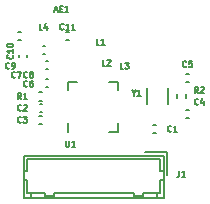
<source format=gbr>
%TF.GenerationSoftware,KiCad,Pcbnew,7.0.9*%
%TF.CreationDate,2024-12-08T03:54:19-04:00*%
%TF.ProjectId,Ejemplo KiCad LM,456a656d-706c-46f2-904b-69436164204c,rev?*%
%TF.SameCoordinates,Original*%
%TF.FileFunction,Legend,Top*%
%TF.FilePolarity,Positive*%
%FSLAX46Y46*%
G04 Gerber Fmt 4.6, Leading zero omitted, Abs format (unit mm)*
G04 Created by KiCad (PCBNEW 7.0.9) date 2024-12-08 03:54:19*
%MOMM*%
%LPD*%
G01*
G04 APERTURE LIST*
%ADD10C,0.127000*%
%ADD11C,0.152400*%
G04 APERTURE END LIST*
D10*
X154952095Y-103872501D02*
X154952095Y-104114406D01*
X154782761Y-103606406D02*
X154952095Y-103872501D01*
X154952095Y-103872501D02*
X155121428Y-103606406D01*
X155556857Y-104114406D02*
X155266571Y-104114406D01*
X155411714Y-104114406D02*
X155411714Y-103606406D01*
X155411714Y-103606406D02*
X155363333Y-103678977D01*
X155363333Y-103678977D02*
X155314952Y-103727358D01*
X155314952Y-103727358D02*
X155266571Y-103751549D01*
X149218952Y-107924406D02*
X149218952Y-108335644D01*
X149218952Y-108335644D02*
X149243142Y-108384025D01*
X149243142Y-108384025D02*
X149267333Y-108408216D01*
X149267333Y-108408216D02*
X149315714Y-108432406D01*
X149315714Y-108432406D02*
X149412476Y-108432406D01*
X149412476Y-108432406D02*
X149460857Y-108408216D01*
X149460857Y-108408216D02*
X149485047Y-108384025D01*
X149485047Y-108384025D02*
X149509238Y-108335644D01*
X149509238Y-108335644D02*
X149509238Y-107924406D01*
X150017237Y-108432406D02*
X149726951Y-108432406D01*
X149872094Y-108432406D02*
X149872094Y-107924406D01*
X149872094Y-107924406D02*
X149823713Y-107996977D01*
X149823713Y-107996977D02*
X149775332Y-108045358D01*
X149775332Y-108045358D02*
X149726951Y-108069549D01*
X160443333Y-103860406D02*
X160273999Y-103618501D01*
X160153047Y-103860406D02*
X160153047Y-103352406D01*
X160153047Y-103352406D02*
X160346571Y-103352406D01*
X160346571Y-103352406D02*
X160394952Y-103376596D01*
X160394952Y-103376596D02*
X160419142Y-103400787D01*
X160419142Y-103400787D02*
X160443333Y-103449168D01*
X160443333Y-103449168D02*
X160443333Y-103521739D01*
X160443333Y-103521739D02*
X160419142Y-103570120D01*
X160419142Y-103570120D02*
X160394952Y-103594311D01*
X160394952Y-103594311D02*
X160346571Y-103618501D01*
X160346571Y-103618501D02*
X160153047Y-103618501D01*
X160636856Y-103400787D02*
X160661047Y-103376596D01*
X160661047Y-103376596D02*
X160709428Y-103352406D01*
X160709428Y-103352406D02*
X160830380Y-103352406D01*
X160830380Y-103352406D02*
X160878761Y-103376596D01*
X160878761Y-103376596D02*
X160902952Y-103400787D01*
X160902952Y-103400787D02*
X160927142Y-103449168D01*
X160927142Y-103449168D02*
X160927142Y-103497549D01*
X160927142Y-103497549D02*
X160902952Y-103570120D01*
X160902952Y-103570120D02*
X160612666Y-103860406D01*
X160612666Y-103860406D02*
X160927142Y-103860406D01*
X145457333Y-104368406D02*
X145287999Y-104126501D01*
X145167047Y-104368406D02*
X145167047Y-103860406D01*
X145167047Y-103860406D02*
X145360571Y-103860406D01*
X145360571Y-103860406D02*
X145408952Y-103884596D01*
X145408952Y-103884596D02*
X145433142Y-103908787D01*
X145433142Y-103908787D02*
X145457333Y-103957168D01*
X145457333Y-103957168D02*
X145457333Y-104029739D01*
X145457333Y-104029739D02*
X145433142Y-104078120D01*
X145433142Y-104078120D02*
X145408952Y-104102311D01*
X145408952Y-104102311D02*
X145360571Y-104126501D01*
X145360571Y-104126501D02*
X145167047Y-104126501D01*
X145941142Y-104368406D02*
X145650856Y-104368406D01*
X145795999Y-104368406D02*
X145795999Y-103860406D01*
X145795999Y-103860406D02*
X145747618Y-103932977D01*
X145747618Y-103932977D02*
X145699237Y-103981358D01*
X145699237Y-103981358D02*
X145650856Y-104005549D01*
X147235333Y-98526406D02*
X146993428Y-98526406D01*
X146993428Y-98526406D02*
X146993428Y-98018406D01*
X147622380Y-98187739D02*
X147622380Y-98526406D01*
X147501428Y-97994216D02*
X147380475Y-98357073D01*
X147380475Y-98357073D02*
X147694952Y-98357073D01*
X154093333Y-101828406D02*
X153851428Y-101828406D01*
X153851428Y-101828406D02*
X153851428Y-101320406D01*
X154214285Y-101320406D02*
X154528761Y-101320406D01*
X154528761Y-101320406D02*
X154359428Y-101513930D01*
X154359428Y-101513930D02*
X154431999Y-101513930D01*
X154431999Y-101513930D02*
X154480380Y-101538120D01*
X154480380Y-101538120D02*
X154504571Y-101562311D01*
X154504571Y-101562311D02*
X154528761Y-101610692D01*
X154528761Y-101610692D02*
X154528761Y-101731644D01*
X154528761Y-101731644D02*
X154504571Y-101780025D01*
X154504571Y-101780025D02*
X154480380Y-101804216D01*
X154480380Y-101804216D02*
X154431999Y-101828406D01*
X154431999Y-101828406D02*
X154286856Y-101828406D01*
X154286856Y-101828406D02*
X154238475Y-101804216D01*
X154238475Y-101804216D02*
X154214285Y-101780025D01*
X152569333Y-101574406D02*
X152327428Y-101574406D01*
X152327428Y-101574406D02*
X152327428Y-101066406D01*
X152714475Y-101114787D02*
X152738666Y-101090596D01*
X152738666Y-101090596D02*
X152787047Y-101066406D01*
X152787047Y-101066406D02*
X152907999Y-101066406D01*
X152907999Y-101066406D02*
X152956380Y-101090596D01*
X152956380Y-101090596D02*
X152980571Y-101114787D01*
X152980571Y-101114787D02*
X153004761Y-101163168D01*
X153004761Y-101163168D02*
X153004761Y-101211549D01*
X153004761Y-101211549D02*
X152980571Y-101284120D01*
X152980571Y-101284120D02*
X152690285Y-101574406D01*
X152690285Y-101574406D02*
X153004761Y-101574406D01*
X152061333Y-99796406D02*
X151819428Y-99796406D01*
X151819428Y-99796406D02*
X151819428Y-99288406D01*
X152496761Y-99796406D02*
X152206475Y-99796406D01*
X152351618Y-99796406D02*
X152351618Y-99288406D01*
X152351618Y-99288406D02*
X152303237Y-99360977D01*
X152303237Y-99360977D02*
X152254856Y-99409358D01*
X152254856Y-99409358D02*
X152206475Y-99433549D01*
X158834666Y-110464406D02*
X158834666Y-110827263D01*
X158834666Y-110827263D02*
X158810475Y-110899835D01*
X158810475Y-110899835D02*
X158762094Y-110948216D01*
X158762094Y-110948216D02*
X158689523Y-110972406D01*
X158689523Y-110972406D02*
X158641142Y-110972406D01*
X159342666Y-110972406D02*
X159052380Y-110972406D01*
X159197523Y-110972406D02*
X159197523Y-110464406D01*
X159197523Y-110464406D02*
X159149142Y-110536977D01*
X159149142Y-110536977D02*
X159100761Y-110585358D01*
X159100761Y-110585358D02*
X159052380Y-110609549D01*
X149025428Y-98478025D02*
X149001237Y-98502216D01*
X149001237Y-98502216D02*
X148928666Y-98526406D01*
X148928666Y-98526406D02*
X148880285Y-98526406D01*
X148880285Y-98526406D02*
X148807713Y-98502216D01*
X148807713Y-98502216D02*
X148759332Y-98453835D01*
X148759332Y-98453835D02*
X148735142Y-98405454D01*
X148735142Y-98405454D02*
X148710951Y-98308692D01*
X148710951Y-98308692D02*
X148710951Y-98236120D01*
X148710951Y-98236120D02*
X148735142Y-98139358D01*
X148735142Y-98139358D02*
X148759332Y-98090977D01*
X148759332Y-98090977D02*
X148807713Y-98042596D01*
X148807713Y-98042596D02*
X148880285Y-98018406D01*
X148880285Y-98018406D02*
X148928666Y-98018406D01*
X148928666Y-98018406D02*
X149001237Y-98042596D01*
X149001237Y-98042596D02*
X149025428Y-98066787D01*
X149509237Y-98526406D02*
X149218951Y-98526406D01*
X149364094Y-98526406D02*
X149364094Y-98018406D01*
X149364094Y-98018406D02*
X149315713Y-98090977D01*
X149315713Y-98090977D02*
X149267332Y-98139358D01*
X149267332Y-98139358D02*
X149218951Y-98163549D01*
X149993047Y-98526406D02*
X149702761Y-98526406D01*
X149847904Y-98526406D02*
X149847904Y-98018406D01*
X149847904Y-98018406D02*
X149799523Y-98090977D01*
X149799523Y-98090977D02*
X149751142Y-98139358D01*
X149751142Y-98139358D02*
X149702761Y-98163549D01*
X144706025Y-100656571D02*
X144730216Y-100680762D01*
X144730216Y-100680762D02*
X144754406Y-100753333D01*
X144754406Y-100753333D02*
X144754406Y-100801714D01*
X144754406Y-100801714D02*
X144730216Y-100874286D01*
X144730216Y-100874286D02*
X144681835Y-100922667D01*
X144681835Y-100922667D02*
X144633454Y-100946857D01*
X144633454Y-100946857D02*
X144536692Y-100971048D01*
X144536692Y-100971048D02*
X144464120Y-100971048D01*
X144464120Y-100971048D02*
X144367358Y-100946857D01*
X144367358Y-100946857D02*
X144318977Y-100922667D01*
X144318977Y-100922667D02*
X144270596Y-100874286D01*
X144270596Y-100874286D02*
X144246406Y-100801714D01*
X144246406Y-100801714D02*
X144246406Y-100753333D01*
X144246406Y-100753333D02*
X144270596Y-100680762D01*
X144270596Y-100680762D02*
X144294787Y-100656571D01*
X144754406Y-100172762D02*
X144754406Y-100463048D01*
X144754406Y-100317905D02*
X144246406Y-100317905D01*
X144246406Y-100317905D02*
X144318977Y-100366286D01*
X144318977Y-100366286D02*
X144367358Y-100414667D01*
X144367358Y-100414667D02*
X144391549Y-100463048D01*
X144246406Y-99858285D02*
X144246406Y-99809904D01*
X144246406Y-99809904D02*
X144270596Y-99761523D01*
X144270596Y-99761523D02*
X144294787Y-99737333D01*
X144294787Y-99737333D02*
X144343168Y-99713142D01*
X144343168Y-99713142D02*
X144439930Y-99688952D01*
X144439930Y-99688952D02*
X144560882Y-99688952D01*
X144560882Y-99688952D02*
X144657644Y-99713142D01*
X144657644Y-99713142D02*
X144706025Y-99737333D01*
X144706025Y-99737333D02*
X144730216Y-99761523D01*
X144730216Y-99761523D02*
X144754406Y-99809904D01*
X144754406Y-99809904D02*
X144754406Y-99858285D01*
X144754406Y-99858285D02*
X144730216Y-99906666D01*
X144730216Y-99906666D02*
X144706025Y-99930857D01*
X144706025Y-99930857D02*
X144657644Y-99955047D01*
X144657644Y-99955047D02*
X144560882Y-99979238D01*
X144560882Y-99979238D02*
X144439930Y-99979238D01*
X144439930Y-99979238D02*
X144343168Y-99955047D01*
X144343168Y-99955047D02*
X144294787Y-99930857D01*
X144294787Y-99930857D02*
X144270596Y-99906666D01*
X144270596Y-99906666D02*
X144246406Y-99858285D01*
X144441333Y-101780025D02*
X144417142Y-101804216D01*
X144417142Y-101804216D02*
X144344571Y-101828406D01*
X144344571Y-101828406D02*
X144296190Y-101828406D01*
X144296190Y-101828406D02*
X144223618Y-101804216D01*
X144223618Y-101804216D02*
X144175237Y-101755835D01*
X144175237Y-101755835D02*
X144151047Y-101707454D01*
X144151047Y-101707454D02*
X144126856Y-101610692D01*
X144126856Y-101610692D02*
X144126856Y-101538120D01*
X144126856Y-101538120D02*
X144151047Y-101441358D01*
X144151047Y-101441358D02*
X144175237Y-101392977D01*
X144175237Y-101392977D02*
X144223618Y-101344596D01*
X144223618Y-101344596D02*
X144296190Y-101320406D01*
X144296190Y-101320406D02*
X144344571Y-101320406D01*
X144344571Y-101320406D02*
X144417142Y-101344596D01*
X144417142Y-101344596D02*
X144441333Y-101368787D01*
X144683237Y-101828406D02*
X144779999Y-101828406D01*
X144779999Y-101828406D02*
X144828380Y-101804216D01*
X144828380Y-101804216D02*
X144852571Y-101780025D01*
X144852571Y-101780025D02*
X144900952Y-101707454D01*
X144900952Y-101707454D02*
X144925142Y-101610692D01*
X144925142Y-101610692D02*
X144925142Y-101417168D01*
X144925142Y-101417168D02*
X144900952Y-101368787D01*
X144900952Y-101368787D02*
X144876761Y-101344596D01*
X144876761Y-101344596D02*
X144828380Y-101320406D01*
X144828380Y-101320406D02*
X144731618Y-101320406D01*
X144731618Y-101320406D02*
X144683237Y-101344596D01*
X144683237Y-101344596D02*
X144659047Y-101368787D01*
X144659047Y-101368787D02*
X144634856Y-101417168D01*
X144634856Y-101417168D02*
X144634856Y-101538120D01*
X144634856Y-101538120D02*
X144659047Y-101586501D01*
X144659047Y-101586501D02*
X144683237Y-101610692D01*
X144683237Y-101610692D02*
X144731618Y-101634882D01*
X144731618Y-101634882D02*
X144828380Y-101634882D01*
X144828380Y-101634882D02*
X144876761Y-101610692D01*
X144876761Y-101610692D02*
X144900952Y-101586501D01*
X144900952Y-101586501D02*
X144925142Y-101538120D01*
X145965333Y-102542025D02*
X145941142Y-102566216D01*
X145941142Y-102566216D02*
X145868571Y-102590406D01*
X145868571Y-102590406D02*
X145820190Y-102590406D01*
X145820190Y-102590406D02*
X145747618Y-102566216D01*
X145747618Y-102566216D02*
X145699237Y-102517835D01*
X145699237Y-102517835D02*
X145675047Y-102469454D01*
X145675047Y-102469454D02*
X145650856Y-102372692D01*
X145650856Y-102372692D02*
X145650856Y-102300120D01*
X145650856Y-102300120D02*
X145675047Y-102203358D01*
X145675047Y-102203358D02*
X145699237Y-102154977D01*
X145699237Y-102154977D02*
X145747618Y-102106596D01*
X145747618Y-102106596D02*
X145820190Y-102082406D01*
X145820190Y-102082406D02*
X145868571Y-102082406D01*
X145868571Y-102082406D02*
X145941142Y-102106596D01*
X145941142Y-102106596D02*
X145965333Y-102130787D01*
X146255618Y-102300120D02*
X146207237Y-102275930D01*
X146207237Y-102275930D02*
X146183047Y-102251739D01*
X146183047Y-102251739D02*
X146158856Y-102203358D01*
X146158856Y-102203358D02*
X146158856Y-102179168D01*
X146158856Y-102179168D02*
X146183047Y-102130787D01*
X146183047Y-102130787D02*
X146207237Y-102106596D01*
X146207237Y-102106596D02*
X146255618Y-102082406D01*
X146255618Y-102082406D02*
X146352380Y-102082406D01*
X146352380Y-102082406D02*
X146400761Y-102106596D01*
X146400761Y-102106596D02*
X146424952Y-102130787D01*
X146424952Y-102130787D02*
X146449142Y-102179168D01*
X146449142Y-102179168D02*
X146449142Y-102203358D01*
X146449142Y-102203358D02*
X146424952Y-102251739D01*
X146424952Y-102251739D02*
X146400761Y-102275930D01*
X146400761Y-102275930D02*
X146352380Y-102300120D01*
X146352380Y-102300120D02*
X146255618Y-102300120D01*
X146255618Y-102300120D02*
X146207237Y-102324311D01*
X146207237Y-102324311D02*
X146183047Y-102348501D01*
X146183047Y-102348501D02*
X146158856Y-102396882D01*
X146158856Y-102396882D02*
X146158856Y-102493644D01*
X146158856Y-102493644D02*
X146183047Y-102542025D01*
X146183047Y-102542025D02*
X146207237Y-102566216D01*
X146207237Y-102566216D02*
X146255618Y-102590406D01*
X146255618Y-102590406D02*
X146352380Y-102590406D01*
X146352380Y-102590406D02*
X146400761Y-102566216D01*
X146400761Y-102566216D02*
X146424952Y-102542025D01*
X146424952Y-102542025D02*
X146449142Y-102493644D01*
X146449142Y-102493644D02*
X146449142Y-102396882D01*
X146449142Y-102396882D02*
X146424952Y-102348501D01*
X146424952Y-102348501D02*
X146400761Y-102324311D01*
X146400761Y-102324311D02*
X146352380Y-102300120D01*
X144949333Y-102542025D02*
X144925142Y-102566216D01*
X144925142Y-102566216D02*
X144852571Y-102590406D01*
X144852571Y-102590406D02*
X144804190Y-102590406D01*
X144804190Y-102590406D02*
X144731618Y-102566216D01*
X144731618Y-102566216D02*
X144683237Y-102517835D01*
X144683237Y-102517835D02*
X144659047Y-102469454D01*
X144659047Y-102469454D02*
X144634856Y-102372692D01*
X144634856Y-102372692D02*
X144634856Y-102300120D01*
X144634856Y-102300120D02*
X144659047Y-102203358D01*
X144659047Y-102203358D02*
X144683237Y-102154977D01*
X144683237Y-102154977D02*
X144731618Y-102106596D01*
X144731618Y-102106596D02*
X144804190Y-102082406D01*
X144804190Y-102082406D02*
X144852571Y-102082406D01*
X144852571Y-102082406D02*
X144925142Y-102106596D01*
X144925142Y-102106596D02*
X144949333Y-102130787D01*
X145118666Y-102082406D02*
X145457333Y-102082406D01*
X145457333Y-102082406D02*
X145239618Y-102590406D01*
X145965333Y-103304025D02*
X145941142Y-103328216D01*
X145941142Y-103328216D02*
X145868571Y-103352406D01*
X145868571Y-103352406D02*
X145820190Y-103352406D01*
X145820190Y-103352406D02*
X145747618Y-103328216D01*
X145747618Y-103328216D02*
X145699237Y-103279835D01*
X145699237Y-103279835D02*
X145675047Y-103231454D01*
X145675047Y-103231454D02*
X145650856Y-103134692D01*
X145650856Y-103134692D02*
X145650856Y-103062120D01*
X145650856Y-103062120D02*
X145675047Y-102965358D01*
X145675047Y-102965358D02*
X145699237Y-102916977D01*
X145699237Y-102916977D02*
X145747618Y-102868596D01*
X145747618Y-102868596D02*
X145820190Y-102844406D01*
X145820190Y-102844406D02*
X145868571Y-102844406D01*
X145868571Y-102844406D02*
X145941142Y-102868596D01*
X145941142Y-102868596D02*
X145965333Y-102892787D01*
X146400761Y-102844406D02*
X146303999Y-102844406D01*
X146303999Y-102844406D02*
X146255618Y-102868596D01*
X146255618Y-102868596D02*
X146231428Y-102892787D01*
X146231428Y-102892787D02*
X146183047Y-102965358D01*
X146183047Y-102965358D02*
X146158856Y-103062120D01*
X146158856Y-103062120D02*
X146158856Y-103255644D01*
X146158856Y-103255644D02*
X146183047Y-103304025D01*
X146183047Y-103304025D02*
X146207237Y-103328216D01*
X146207237Y-103328216D02*
X146255618Y-103352406D01*
X146255618Y-103352406D02*
X146352380Y-103352406D01*
X146352380Y-103352406D02*
X146400761Y-103328216D01*
X146400761Y-103328216D02*
X146424952Y-103304025D01*
X146424952Y-103304025D02*
X146449142Y-103255644D01*
X146449142Y-103255644D02*
X146449142Y-103134692D01*
X146449142Y-103134692D02*
X146424952Y-103086311D01*
X146424952Y-103086311D02*
X146400761Y-103062120D01*
X146400761Y-103062120D02*
X146352380Y-103037930D01*
X146352380Y-103037930D02*
X146255618Y-103037930D01*
X146255618Y-103037930D02*
X146207237Y-103062120D01*
X146207237Y-103062120D02*
X146183047Y-103086311D01*
X146183047Y-103086311D02*
X146158856Y-103134692D01*
X159427333Y-101636025D02*
X159403142Y-101660216D01*
X159403142Y-101660216D02*
X159330571Y-101684406D01*
X159330571Y-101684406D02*
X159282190Y-101684406D01*
X159282190Y-101684406D02*
X159209618Y-101660216D01*
X159209618Y-101660216D02*
X159161237Y-101611835D01*
X159161237Y-101611835D02*
X159137047Y-101563454D01*
X159137047Y-101563454D02*
X159112856Y-101466692D01*
X159112856Y-101466692D02*
X159112856Y-101394120D01*
X159112856Y-101394120D02*
X159137047Y-101297358D01*
X159137047Y-101297358D02*
X159161237Y-101248977D01*
X159161237Y-101248977D02*
X159209618Y-101200596D01*
X159209618Y-101200596D02*
X159282190Y-101176406D01*
X159282190Y-101176406D02*
X159330571Y-101176406D01*
X159330571Y-101176406D02*
X159403142Y-101200596D01*
X159403142Y-101200596D02*
X159427333Y-101224787D01*
X159886952Y-101176406D02*
X159645047Y-101176406D01*
X159645047Y-101176406D02*
X159620856Y-101418311D01*
X159620856Y-101418311D02*
X159645047Y-101394120D01*
X159645047Y-101394120D02*
X159693428Y-101369930D01*
X159693428Y-101369930D02*
X159814380Y-101369930D01*
X159814380Y-101369930D02*
X159862761Y-101394120D01*
X159862761Y-101394120D02*
X159886952Y-101418311D01*
X159886952Y-101418311D02*
X159911142Y-101466692D01*
X159911142Y-101466692D02*
X159911142Y-101587644D01*
X159911142Y-101587644D02*
X159886952Y-101636025D01*
X159886952Y-101636025D02*
X159862761Y-101660216D01*
X159862761Y-101660216D02*
X159814380Y-101684406D01*
X159814380Y-101684406D02*
X159693428Y-101684406D01*
X159693428Y-101684406D02*
X159645047Y-101660216D01*
X159645047Y-101660216D02*
X159620856Y-101636025D01*
X160443333Y-104828025D02*
X160419142Y-104852216D01*
X160419142Y-104852216D02*
X160346571Y-104876406D01*
X160346571Y-104876406D02*
X160298190Y-104876406D01*
X160298190Y-104876406D02*
X160225618Y-104852216D01*
X160225618Y-104852216D02*
X160177237Y-104803835D01*
X160177237Y-104803835D02*
X160153047Y-104755454D01*
X160153047Y-104755454D02*
X160128856Y-104658692D01*
X160128856Y-104658692D02*
X160128856Y-104586120D01*
X160128856Y-104586120D02*
X160153047Y-104489358D01*
X160153047Y-104489358D02*
X160177237Y-104440977D01*
X160177237Y-104440977D02*
X160225618Y-104392596D01*
X160225618Y-104392596D02*
X160298190Y-104368406D01*
X160298190Y-104368406D02*
X160346571Y-104368406D01*
X160346571Y-104368406D02*
X160419142Y-104392596D01*
X160419142Y-104392596D02*
X160443333Y-104416787D01*
X160878761Y-104537739D02*
X160878761Y-104876406D01*
X160757809Y-104344216D02*
X160636856Y-104707073D01*
X160636856Y-104707073D02*
X160951333Y-104707073D01*
X145457333Y-106352025D02*
X145433142Y-106376216D01*
X145433142Y-106376216D02*
X145360571Y-106400406D01*
X145360571Y-106400406D02*
X145312190Y-106400406D01*
X145312190Y-106400406D02*
X145239618Y-106376216D01*
X145239618Y-106376216D02*
X145191237Y-106327835D01*
X145191237Y-106327835D02*
X145167047Y-106279454D01*
X145167047Y-106279454D02*
X145142856Y-106182692D01*
X145142856Y-106182692D02*
X145142856Y-106110120D01*
X145142856Y-106110120D02*
X145167047Y-106013358D01*
X145167047Y-106013358D02*
X145191237Y-105964977D01*
X145191237Y-105964977D02*
X145239618Y-105916596D01*
X145239618Y-105916596D02*
X145312190Y-105892406D01*
X145312190Y-105892406D02*
X145360571Y-105892406D01*
X145360571Y-105892406D02*
X145433142Y-105916596D01*
X145433142Y-105916596D02*
X145457333Y-105940787D01*
X145626666Y-105892406D02*
X145941142Y-105892406D01*
X145941142Y-105892406D02*
X145771809Y-106085930D01*
X145771809Y-106085930D02*
X145844380Y-106085930D01*
X145844380Y-106085930D02*
X145892761Y-106110120D01*
X145892761Y-106110120D02*
X145916952Y-106134311D01*
X145916952Y-106134311D02*
X145941142Y-106182692D01*
X145941142Y-106182692D02*
X145941142Y-106303644D01*
X145941142Y-106303644D02*
X145916952Y-106352025D01*
X145916952Y-106352025D02*
X145892761Y-106376216D01*
X145892761Y-106376216D02*
X145844380Y-106400406D01*
X145844380Y-106400406D02*
X145699237Y-106400406D01*
X145699237Y-106400406D02*
X145650856Y-106376216D01*
X145650856Y-106376216D02*
X145626666Y-106352025D01*
X145457333Y-105336025D02*
X145433142Y-105360216D01*
X145433142Y-105360216D02*
X145360571Y-105384406D01*
X145360571Y-105384406D02*
X145312190Y-105384406D01*
X145312190Y-105384406D02*
X145239618Y-105360216D01*
X145239618Y-105360216D02*
X145191237Y-105311835D01*
X145191237Y-105311835D02*
X145167047Y-105263454D01*
X145167047Y-105263454D02*
X145142856Y-105166692D01*
X145142856Y-105166692D02*
X145142856Y-105094120D01*
X145142856Y-105094120D02*
X145167047Y-104997358D01*
X145167047Y-104997358D02*
X145191237Y-104948977D01*
X145191237Y-104948977D02*
X145239618Y-104900596D01*
X145239618Y-104900596D02*
X145312190Y-104876406D01*
X145312190Y-104876406D02*
X145360571Y-104876406D01*
X145360571Y-104876406D02*
X145433142Y-104900596D01*
X145433142Y-104900596D02*
X145457333Y-104924787D01*
X145650856Y-104924787D02*
X145675047Y-104900596D01*
X145675047Y-104900596D02*
X145723428Y-104876406D01*
X145723428Y-104876406D02*
X145844380Y-104876406D01*
X145844380Y-104876406D02*
X145892761Y-104900596D01*
X145892761Y-104900596D02*
X145916952Y-104924787D01*
X145916952Y-104924787D02*
X145941142Y-104973168D01*
X145941142Y-104973168D02*
X145941142Y-105021549D01*
X145941142Y-105021549D02*
X145916952Y-105094120D01*
X145916952Y-105094120D02*
X145626666Y-105384406D01*
X145626666Y-105384406D02*
X145941142Y-105384406D01*
X158157333Y-107114025D02*
X158133142Y-107138216D01*
X158133142Y-107138216D02*
X158060571Y-107162406D01*
X158060571Y-107162406D02*
X158012190Y-107162406D01*
X158012190Y-107162406D02*
X157939618Y-107138216D01*
X157939618Y-107138216D02*
X157891237Y-107089835D01*
X157891237Y-107089835D02*
X157867047Y-107041454D01*
X157867047Y-107041454D02*
X157842856Y-106944692D01*
X157842856Y-106944692D02*
X157842856Y-106872120D01*
X157842856Y-106872120D02*
X157867047Y-106775358D01*
X157867047Y-106775358D02*
X157891237Y-106726977D01*
X157891237Y-106726977D02*
X157939618Y-106678596D01*
X157939618Y-106678596D02*
X158012190Y-106654406D01*
X158012190Y-106654406D02*
X158060571Y-106654406D01*
X158060571Y-106654406D02*
X158133142Y-106678596D01*
X158133142Y-106678596D02*
X158157333Y-106702787D01*
X158641142Y-107162406D02*
X158350856Y-107162406D01*
X158495999Y-107162406D02*
X158495999Y-106654406D01*
X158495999Y-106654406D02*
X158447618Y-106726977D01*
X158447618Y-106726977D02*
X158399237Y-106775358D01*
X158399237Y-106775358D02*
X158350856Y-106799549D01*
X148251332Y-96857263D02*
X148493237Y-96857263D01*
X148202951Y-97002406D02*
X148372285Y-96494406D01*
X148372285Y-96494406D02*
X148541618Y-97002406D01*
X148710952Y-96736311D02*
X148880285Y-96736311D01*
X148952857Y-97002406D02*
X148710952Y-97002406D01*
X148710952Y-97002406D02*
X148710952Y-96494406D01*
X148710952Y-96494406D02*
X148952857Y-96494406D01*
X149436666Y-97002406D02*
X149146380Y-97002406D01*
X149291523Y-97002406D02*
X149291523Y-96494406D01*
X149291523Y-96494406D02*
X149243142Y-96566977D01*
X149243142Y-96566977D02*
X149194761Y-96615358D01*
X149194761Y-96615358D02*
X149146380Y-96639549D01*
D11*
%TO.C,Y1*%
X156097000Y-103465000D02*
X156097000Y-104815000D01*
X157847000Y-103465000D02*
X157847000Y-104815000D01*
%TO.C,U1*%
X153631000Y-107149000D02*
X152906000Y-107149000D01*
X149411000Y-106424000D02*
X149411000Y-107149000D01*
X149411000Y-102929000D02*
X150136000Y-102929000D01*
X153631000Y-102929000D02*
X152906000Y-102929000D01*
X149411000Y-103654000D02*
X149411000Y-102929000D01*
X153631000Y-103654000D02*
X153631000Y-102929000D01*
X153631000Y-106424000D02*
X153631000Y-107149000D01*
%TO.C,R2*%
X158624000Y-104293641D02*
X158624000Y-103986359D01*
X159384000Y-104293641D02*
X159384000Y-103986359D01*
%TO.C,R1*%
X147219641Y-104520000D02*
X146912359Y-104520000D01*
X147219641Y-103760000D02*
X146912359Y-103760000D01*
%TO.C,J1*%
X157506000Y-111240000D02*
X157206000Y-111240000D01*
X157206000Y-110490000D02*
X157206000Y-109490000D01*
X148206000Y-112640000D02*
X147456000Y-112640000D01*
X157506000Y-109190000D02*
X145656000Y-109190000D01*
X148206000Y-112340000D02*
X148206000Y-112640000D01*
X156906000Y-112340000D02*
X155706000Y-112340000D01*
X145956000Y-111240000D02*
X145956000Y-112340000D01*
X156906000Y-112340000D02*
X156906000Y-112790000D01*
X145956000Y-109490000D02*
X145956000Y-110490000D01*
X145656000Y-112790000D02*
X157506000Y-112790000D01*
X147456000Y-112340000D02*
X146256000Y-112340000D01*
X157506000Y-112790000D02*
X157506000Y-109190000D01*
X157206000Y-109490000D02*
X145956000Y-109490000D01*
X157206000Y-112340000D02*
X156906000Y-112340000D01*
X145956000Y-112340000D02*
X146256000Y-112340000D01*
X157506000Y-110490000D02*
X157206000Y-110490000D01*
X157816000Y-108880000D02*
X155906000Y-108880000D01*
X145656000Y-109190000D02*
X145656000Y-112790000D01*
X154956000Y-112640000D02*
X154956000Y-112340000D01*
X155706000Y-112340000D02*
X155706000Y-112640000D01*
X147456000Y-112640000D02*
X147456000Y-112340000D01*
X157206000Y-111240000D02*
X157206000Y-112340000D01*
X145956000Y-110490000D02*
X145656000Y-110490000D01*
X157816000Y-110790000D02*
X157816000Y-108880000D01*
X145656000Y-111240000D02*
X145956000Y-111240000D01*
X154956000Y-112340000D02*
X148206000Y-112340000D01*
X155706000Y-112640000D02*
X154956000Y-112640000D01*
X146256000Y-112340000D02*
X146256000Y-112790000D01*
%TO.C,C11*%
X149244164Y-99420000D02*
X149459836Y-99420000D01*
X149244164Y-98700000D02*
X149459836Y-98700000D01*
%TO.C,C10*%
X145395836Y-98700000D02*
X145180164Y-98700000D01*
X145395836Y-99420000D02*
X145180164Y-99420000D01*
%TO.C,C9*%
X145224500Y-100629164D02*
X145224500Y-100844836D01*
X145944500Y-100629164D02*
X145944500Y-100844836D01*
%TO.C,C8*%
X147724336Y-101139000D02*
X147508664Y-101139000D01*
X147724336Y-101859000D02*
X147508664Y-101859000D01*
%TO.C,C7*%
X147470336Y-99869000D02*
X147254664Y-99869000D01*
X147470336Y-100589000D02*
X147254664Y-100589000D01*
%TO.C,C6*%
X147724336Y-102663000D02*
X147508664Y-102663000D01*
X147724336Y-103383000D02*
X147508664Y-103383000D01*
%TO.C,C5*%
X159404164Y-102256000D02*
X159619836Y-102256000D01*
X159404164Y-102976000D02*
X159619836Y-102976000D01*
%TO.C,C4*%
X159404164Y-106024000D02*
X159619836Y-106024000D01*
X159404164Y-105304000D02*
X159619836Y-105304000D01*
%TO.C,C3*%
X147173836Y-105812000D02*
X146958164Y-105812000D01*
X147173836Y-106532000D02*
X146958164Y-106532000D01*
%TO.C,C2*%
X147201836Y-104796000D02*
X146986164Y-104796000D01*
X147201836Y-105516000D02*
X146986164Y-105516000D01*
%TO.C,C1*%
X156610164Y-107294000D02*
X156825836Y-107294000D01*
X156610164Y-106574000D02*
X156825836Y-106574000D01*
%TD*%
M02*

</source>
